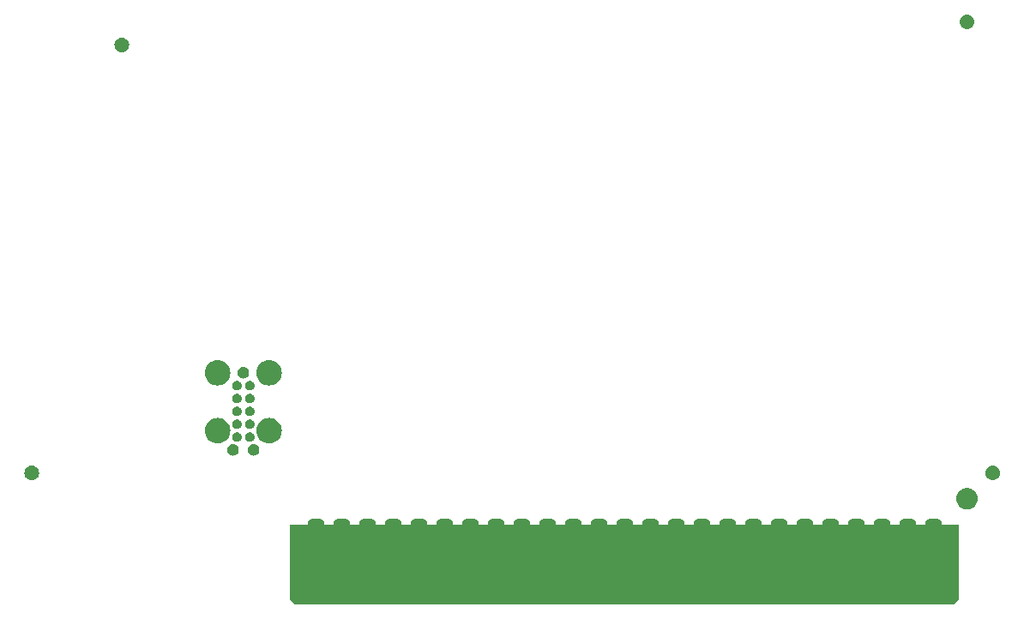
<source format=gbs>
G04 #@! TF.GenerationSoftware,KiCad,Pcbnew,7.0.10*
G04 #@! TF.CreationDate,2024-03-18T20:49:10-04:00*
G04 #@! TF.ProjectId,GR8RAM,47523852-414d-42e6-9b69-6361645f7063,1.0*
G04 #@! TF.SameCoordinates,Original*
G04 #@! TF.FileFunction,Soldermask,Bot*
G04 #@! TF.FilePolarity,Negative*
%FSLAX46Y46*%
G04 Gerber Fmt 4.6, Leading zero omitted, Abs format (unit mm)*
G04 Created by KiCad (PCBNEW 7.0.10) date 2024-03-18 20:49:10*
%MOMM*%
%LPD*%
G01*
G04 APERTURE LIST*
G04 APERTURE END LIST*
G36*
X76665999Y-131543771D02*
G01*
X76677712Y-131547869D01*
X76688592Y-131549176D01*
X76744857Y-131571364D01*
X76794635Y-131588782D01*
X76801071Y-131593532D01*
X76804788Y-131594998D01*
X76867758Y-131642749D01*
X76904289Y-131669711D01*
X76931259Y-131706253D01*
X76979001Y-131769211D01*
X76980466Y-131772926D01*
X76985218Y-131779365D01*
X77002642Y-131829162D01*
X77024822Y-131885406D01*
X77026127Y-131896280D01*
X77030229Y-131908001D01*
X77038200Y-131993000D01*
X77038200Y-132042804D01*
X77075396Y-132080000D01*
X77864603Y-132080000D01*
X77901800Y-132042803D01*
X77901800Y-131996798D01*
X77901800Y-131993000D01*
X77909771Y-131908001D01*
X77913869Y-131896288D01*
X77915176Y-131885407D01*
X77937367Y-131829133D01*
X77954782Y-131779365D01*
X77959531Y-131772929D01*
X77960998Y-131769211D01*
X78008777Y-131706204D01*
X78035711Y-131669711D01*
X78072204Y-131642777D01*
X78135211Y-131594998D01*
X78138929Y-131593531D01*
X78145365Y-131588782D01*
X78195140Y-131571365D01*
X78251406Y-131549177D01*
X78262284Y-131547870D01*
X78274001Y-131543771D01*
X78359000Y-131535800D01*
X79121000Y-131535800D01*
X79205999Y-131543771D01*
X79217712Y-131547869D01*
X79228592Y-131549176D01*
X79284857Y-131571364D01*
X79334635Y-131588782D01*
X79341071Y-131593532D01*
X79344788Y-131594998D01*
X79407758Y-131642749D01*
X79444289Y-131669711D01*
X79471259Y-131706253D01*
X79519001Y-131769211D01*
X79520466Y-131772926D01*
X79525218Y-131779365D01*
X79542642Y-131829162D01*
X79564822Y-131885406D01*
X79566127Y-131896280D01*
X79570229Y-131908001D01*
X79578200Y-131993000D01*
X79578200Y-132042804D01*
X79615396Y-132080000D01*
X80404603Y-132080000D01*
X80441800Y-132042803D01*
X80441800Y-131996798D01*
X80441800Y-131993000D01*
X80449771Y-131908001D01*
X80453869Y-131896288D01*
X80455176Y-131885407D01*
X80477367Y-131829133D01*
X80494782Y-131779365D01*
X80499531Y-131772929D01*
X80500998Y-131769211D01*
X80548777Y-131706204D01*
X80575711Y-131669711D01*
X80612204Y-131642777D01*
X80675211Y-131594998D01*
X80678929Y-131593531D01*
X80685365Y-131588782D01*
X80735140Y-131571365D01*
X80791406Y-131549177D01*
X80802284Y-131547870D01*
X80814001Y-131543771D01*
X80899000Y-131535800D01*
X81661000Y-131535800D01*
X81745999Y-131543771D01*
X81757712Y-131547869D01*
X81768592Y-131549176D01*
X81824857Y-131571364D01*
X81874635Y-131588782D01*
X81881071Y-131593532D01*
X81884788Y-131594998D01*
X81947758Y-131642749D01*
X81984289Y-131669711D01*
X82011259Y-131706253D01*
X82059001Y-131769211D01*
X82060466Y-131772926D01*
X82065218Y-131779365D01*
X82082642Y-131829162D01*
X82104822Y-131885406D01*
X82106127Y-131896280D01*
X82110229Y-131908001D01*
X82118200Y-131993000D01*
X82118200Y-132042804D01*
X82155396Y-132080000D01*
X82944603Y-132080000D01*
X82981800Y-132042803D01*
X82981800Y-131996798D01*
X82981800Y-131993000D01*
X82989771Y-131908001D01*
X82993869Y-131896288D01*
X82995176Y-131885407D01*
X83017367Y-131829133D01*
X83034782Y-131779365D01*
X83039531Y-131772929D01*
X83040998Y-131769211D01*
X83088777Y-131706204D01*
X83115711Y-131669711D01*
X83152204Y-131642777D01*
X83215211Y-131594998D01*
X83218929Y-131593531D01*
X83225365Y-131588782D01*
X83275140Y-131571365D01*
X83331406Y-131549177D01*
X83342284Y-131547870D01*
X83354001Y-131543771D01*
X83439000Y-131535800D01*
X84201000Y-131535800D01*
X84285999Y-131543771D01*
X84297712Y-131547869D01*
X84308592Y-131549176D01*
X84364857Y-131571364D01*
X84414635Y-131588782D01*
X84421071Y-131593532D01*
X84424788Y-131594998D01*
X84487758Y-131642749D01*
X84524289Y-131669711D01*
X84551259Y-131706253D01*
X84599001Y-131769211D01*
X84600466Y-131772926D01*
X84605218Y-131779365D01*
X84622642Y-131829162D01*
X84644822Y-131885406D01*
X84646127Y-131896280D01*
X84650229Y-131908001D01*
X84658200Y-131993000D01*
X84658200Y-132042804D01*
X84695396Y-132080000D01*
X85484603Y-132080000D01*
X85521800Y-132042803D01*
X85521800Y-131996798D01*
X85521800Y-131993000D01*
X85529771Y-131908001D01*
X85533869Y-131896288D01*
X85535176Y-131885407D01*
X85557367Y-131829133D01*
X85574782Y-131779365D01*
X85579531Y-131772929D01*
X85580998Y-131769211D01*
X85628777Y-131706204D01*
X85655711Y-131669711D01*
X85692204Y-131642777D01*
X85755211Y-131594998D01*
X85758929Y-131593531D01*
X85765365Y-131588782D01*
X85815140Y-131571365D01*
X85871406Y-131549177D01*
X85882284Y-131547870D01*
X85894001Y-131543771D01*
X85979000Y-131535800D01*
X86741000Y-131535800D01*
X86825999Y-131543771D01*
X86837712Y-131547869D01*
X86848592Y-131549176D01*
X86904857Y-131571364D01*
X86954635Y-131588782D01*
X86961071Y-131593532D01*
X86964788Y-131594998D01*
X87027758Y-131642749D01*
X87064289Y-131669711D01*
X87091259Y-131706253D01*
X87139001Y-131769211D01*
X87140466Y-131772926D01*
X87145218Y-131779365D01*
X87162642Y-131829162D01*
X87184822Y-131885406D01*
X87186127Y-131896280D01*
X87190229Y-131908001D01*
X87198200Y-131993000D01*
X87198200Y-132042804D01*
X87235396Y-132080000D01*
X88024603Y-132080000D01*
X88061800Y-132042803D01*
X88061800Y-131996798D01*
X88061800Y-131993000D01*
X88069771Y-131908001D01*
X88073869Y-131896288D01*
X88075176Y-131885407D01*
X88097367Y-131829133D01*
X88114782Y-131779365D01*
X88119531Y-131772929D01*
X88120998Y-131769211D01*
X88168777Y-131706204D01*
X88195711Y-131669711D01*
X88232204Y-131642777D01*
X88295211Y-131594998D01*
X88298929Y-131593531D01*
X88305365Y-131588782D01*
X88355140Y-131571365D01*
X88411406Y-131549177D01*
X88422284Y-131547870D01*
X88434001Y-131543771D01*
X88519000Y-131535800D01*
X89281000Y-131535800D01*
X89365999Y-131543771D01*
X89377712Y-131547869D01*
X89388592Y-131549176D01*
X89444857Y-131571364D01*
X89494635Y-131588782D01*
X89501071Y-131593532D01*
X89504788Y-131594998D01*
X89567758Y-131642749D01*
X89604289Y-131669711D01*
X89631259Y-131706253D01*
X89679001Y-131769211D01*
X89680466Y-131772926D01*
X89685218Y-131779365D01*
X89702642Y-131829162D01*
X89724822Y-131885406D01*
X89726127Y-131896280D01*
X89730229Y-131908001D01*
X89738200Y-131993000D01*
X89738200Y-132042804D01*
X89775396Y-132080000D01*
X90564603Y-132080000D01*
X90601800Y-132042803D01*
X90601800Y-131996798D01*
X90601800Y-131993000D01*
X90609771Y-131908001D01*
X90613869Y-131896288D01*
X90615176Y-131885407D01*
X90637367Y-131829133D01*
X90654782Y-131779365D01*
X90659531Y-131772929D01*
X90660998Y-131769211D01*
X90708777Y-131706204D01*
X90735711Y-131669711D01*
X90772204Y-131642777D01*
X90835211Y-131594998D01*
X90838929Y-131593531D01*
X90845365Y-131588782D01*
X90895140Y-131571365D01*
X90951406Y-131549177D01*
X90962284Y-131547870D01*
X90974001Y-131543771D01*
X91059000Y-131535800D01*
X91821000Y-131535800D01*
X91905999Y-131543771D01*
X91917712Y-131547869D01*
X91928592Y-131549176D01*
X91984857Y-131571364D01*
X92034635Y-131588782D01*
X92041071Y-131593532D01*
X92044788Y-131594998D01*
X92107758Y-131642749D01*
X92144289Y-131669711D01*
X92171259Y-131706253D01*
X92219001Y-131769211D01*
X92220466Y-131772926D01*
X92225218Y-131779365D01*
X92242642Y-131829162D01*
X92264822Y-131885406D01*
X92266127Y-131896280D01*
X92270229Y-131908001D01*
X92278200Y-131993000D01*
X92278200Y-132042804D01*
X92315396Y-132080000D01*
X93104603Y-132080000D01*
X93141800Y-132042803D01*
X93141800Y-131996798D01*
X93141800Y-131993000D01*
X93149771Y-131908001D01*
X93153869Y-131896288D01*
X93155176Y-131885407D01*
X93177367Y-131829133D01*
X93194782Y-131779365D01*
X93199531Y-131772929D01*
X93200998Y-131769211D01*
X93248777Y-131706204D01*
X93275711Y-131669711D01*
X93312204Y-131642777D01*
X93375211Y-131594998D01*
X93378929Y-131593531D01*
X93385365Y-131588782D01*
X93435140Y-131571365D01*
X93491406Y-131549177D01*
X93502284Y-131547870D01*
X93514001Y-131543771D01*
X93599000Y-131535800D01*
X94361000Y-131535800D01*
X94445999Y-131543771D01*
X94457712Y-131547869D01*
X94468592Y-131549176D01*
X94524857Y-131571364D01*
X94574635Y-131588782D01*
X94581071Y-131593532D01*
X94584788Y-131594998D01*
X94647758Y-131642749D01*
X94684289Y-131669711D01*
X94711259Y-131706253D01*
X94759001Y-131769211D01*
X94760466Y-131772926D01*
X94765218Y-131779365D01*
X94782642Y-131829162D01*
X94804822Y-131885406D01*
X94806127Y-131896280D01*
X94810229Y-131908001D01*
X94818200Y-131993000D01*
X94818200Y-132042804D01*
X94855396Y-132080000D01*
X95644603Y-132080000D01*
X95681800Y-132042803D01*
X95681800Y-131996798D01*
X95681800Y-131993000D01*
X95689771Y-131908001D01*
X95693869Y-131896288D01*
X95695176Y-131885407D01*
X95717367Y-131829133D01*
X95734782Y-131779365D01*
X95739531Y-131772929D01*
X95740998Y-131769211D01*
X95788777Y-131706204D01*
X95815711Y-131669711D01*
X95852204Y-131642777D01*
X95915211Y-131594998D01*
X95918929Y-131593531D01*
X95925365Y-131588782D01*
X95975140Y-131571365D01*
X96031406Y-131549177D01*
X96042284Y-131547870D01*
X96054001Y-131543771D01*
X96139000Y-131535800D01*
X96901000Y-131535800D01*
X96985999Y-131543771D01*
X96997712Y-131547869D01*
X97008592Y-131549176D01*
X97064857Y-131571364D01*
X97114635Y-131588782D01*
X97121071Y-131593532D01*
X97124788Y-131594998D01*
X97187758Y-131642749D01*
X97224289Y-131669711D01*
X97251259Y-131706253D01*
X97299001Y-131769211D01*
X97300466Y-131772926D01*
X97305218Y-131779365D01*
X97322642Y-131829162D01*
X97344822Y-131885406D01*
X97346127Y-131896280D01*
X97350229Y-131908001D01*
X97358200Y-131993000D01*
X97358200Y-132042804D01*
X97395396Y-132080000D01*
X98184603Y-132080000D01*
X98221800Y-132042803D01*
X98221800Y-131996798D01*
X98221800Y-131993000D01*
X98229771Y-131908001D01*
X98233869Y-131896288D01*
X98235176Y-131885407D01*
X98257367Y-131829133D01*
X98274782Y-131779365D01*
X98279531Y-131772929D01*
X98280998Y-131769211D01*
X98328777Y-131706204D01*
X98355711Y-131669711D01*
X98392204Y-131642777D01*
X98455211Y-131594998D01*
X98458929Y-131593531D01*
X98465365Y-131588782D01*
X98515140Y-131571365D01*
X98571406Y-131549177D01*
X98582284Y-131547870D01*
X98594001Y-131543771D01*
X98679000Y-131535800D01*
X99441000Y-131535800D01*
X99525999Y-131543771D01*
X99537712Y-131547869D01*
X99548592Y-131549176D01*
X99604857Y-131571364D01*
X99654635Y-131588782D01*
X99661071Y-131593532D01*
X99664788Y-131594998D01*
X99727758Y-131642749D01*
X99764289Y-131669711D01*
X99791259Y-131706253D01*
X99839001Y-131769211D01*
X99840466Y-131772926D01*
X99845218Y-131779365D01*
X99862642Y-131829162D01*
X99884822Y-131885406D01*
X99886127Y-131896280D01*
X99890229Y-131908001D01*
X99898200Y-131993000D01*
X99898200Y-132042804D01*
X99935396Y-132080000D01*
X100724603Y-132080000D01*
X100761800Y-132042803D01*
X100761800Y-131996798D01*
X100761800Y-131993000D01*
X100769771Y-131908001D01*
X100773869Y-131896288D01*
X100775176Y-131885407D01*
X100797367Y-131829133D01*
X100814782Y-131779365D01*
X100819531Y-131772929D01*
X100820998Y-131769211D01*
X100868777Y-131706204D01*
X100895711Y-131669711D01*
X100932204Y-131642777D01*
X100995211Y-131594998D01*
X100998929Y-131593531D01*
X101005365Y-131588782D01*
X101055140Y-131571365D01*
X101111406Y-131549177D01*
X101122284Y-131547870D01*
X101134001Y-131543771D01*
X101219000Y-131535800D01*
X101981000Y-131535800D01*
X102065999Y-131543771D01*
X102077712Y-131547869D01*
X102088592Y-131549176D01*
X102144857Y-131571364D01*
X102194635Y-131588782D01*
X102201071Y-131593532D01*
X102204788Y-131594998D01*
X102267758Y-131642749D01*
X102304289Y-131669711D01*
X102331259Y-131706253D01*
X102379001Y-131769211D01*
X102380466Y-131772926D01*
X102385218Y-131779365D01*
X102402642Y-131829162D01*
X102424822Y-131885406D01*
X102426127Y-131896280D01*
X102430229Y-131908001D01*
X102438200Y-131993000D01*
X102438200Y-132042804D01*
X102475396Y-132080000D01*
X103264603Y-132080000D01*
X103301800Y-132042803D01*
X103301800Y-131996798D01*
X103301800Y-131993000D01*
X103309771Y-131908001D01*
X103313869Y-131896288D01*
X103315176Y-131885407D01*
X103337367Y-131829133D01*
X103354782Y-131779365D01*
X103359531Y-131772929D01*
X103360998Y-131769211D01*
X103408777Y-131706204D01*
X103435711Y-131669711D01*
X103472204Y-131642777D01*
X103535211Y-131594998D01*
X103538929Y-131593531D01*
X103545365Y-131588782D01*
X103595140Y-131571365D01*
X103651406Y-131549177D01*
X103662284Y-131547870D01*
X103674001Y-131543771D01*
X103759000Y-131535800D01*
X104521000Y-131535800D01*
X104605999Y-131543771D01*
X104617712Y-131547869D01*
X104628592Y-131549176D01*
X104684857Y-131571364D01*
X104734635Y-131588782D01*
X104741071Y-131593532D01*
X104744788Y-131594998D01*
X104807758Y-131642749D01*
X104844289Y-131669711D01*
X104871259Y-131706253D01*
X104919001Y-131769211D01*
X104920466Y-131772926D01*
X104925218Y-131779365D01*
X104942642Y-131829162D01*
X104964822Y-131885406D01*
X104966127Y-131896280D01*
X104970229Y-131908001D01*
X104978200Y-131993000D01*
X104978200Y-132042804D01*
X105015396Y-132080000D01*
X105804603Y-132080000D01*
X105841800Y-132042803D01*
X105841800Y-131996798D01*
X105841800Y-131993000D01*
X105849771Y-131908001D01*
X105853869Y-131896288D01*
X105855176Y-131885407D01*
X105877367Y-131829133D01*
X105894782Y-131779365D01*
X105899531Y-131772929D01*
X105900998Y-131769211D01*
X105948777Y-131706204D01*
X105975711Y-131669711D01*
X106012204Y-131642777D01*
X106075211Y-131594998D01*
X106078929Y-131593531D01*
X106085365Y-131588782D01*
X106135140Y-131571365D01*
X106191406Y-131549177D01*
X106202284Y-131547870D01*
X106214001Y-131543771D01*
X106299000Y-131535800D01*
X107061000Y-131535800D01*
X107145999Y-131543771D01*
X107157712Y-131547869D01*
X107168592Y-131549176D01*
X107224857Y-131571364D01*
X107274635Y-131588782D01*
X107281071Y-131593532D01*
X107284788Y-131594998D01*
X107347758Y-131642749D01*
X107384289Y-131669711D01*
X107411259Y-131706253D01*
X107459001Y-131769211D01*
X107460466Y-131772926D01*
X107465218Y-131779365D01*
X107482642Y-131829162D01*
X107504822Y-131885406D01*
X107506127Y-131896280D01*
X107510229Y-131908001D01*
X107518200Y-131993000D01*
X107518200Y-132042804D01*
X107555396Y-132080000D01*
X108344603Y-132080000D01*
X108381800Y-132042803D01*
X108381800Y-131996798D01*
X108381800Y-131993000D01*
X108389771Y-131908001D01*
X108393869Y-131896288D01*
X108395176Y-131885407D01*
X108417367Y-131829133D01*
X108434782Y-131779365D01*
X108439531Y-131772929D01*
X108440998Y-131769211D01*
X108488777Y-131706204D01*
X108515711Y-131669711D01*
X108552204Y-131642777D01*
X108615211Y-131594998D01*
X108618929Y-131593531D01*
X108625365Y-131588782D01*
X108675140Y-131571365D01*
X108731406Y-131549177D01*
X108742284Y-131547870D01*
X108754001Y-131543771D01*
X108839000Y-131535800D01*
X109601000Y-131535800D01*
X109685999Y-131543771D01*
X109697712Y-131547869D01*
X109708592Y-131549176D01*
X109764857Y-131571364D01*
X109814635Y-131588782D01*
X109821071Y-131593532D01*
X109824788Y-131594998D01*
X109887758Y-131642749D01*
X109924289Y-131669711D01*
X109951259Y-131706253D01*
X109999001Y-131769211D01*
X110000466Y-131772926D01*
X110005218Y-131779365D01*
X110022642Y-131829162D01*
X110044822Y-131885406D01*
X110046127Y-131896280D01*
X110050229Y-131908001D01*
X110058200Y-131993000D01*
X110058200Y-132042804D01*
X110095396Y-132080000D01*
X110884603Y-132080000D01*
X110921800Y-132042803D01*
X110921800Y-131996798D01*
X110921800Y-131993000D01*
X110929771Y-131908001D01*
X110933869Y-131896288D01*
X110935176Y-131885407D01*
X110957367Y-131829133D01*
X110974782Y-131779365D01*
X110979531Y-131772929D01*
X110980998Y-131769211D01*
X111028777Y-131706204D01*
X111055711Y-131669711D01*
X111092204Y-131642777D01*
X111155211Y-131594998D01*
X111158929Y-131593531D01*
X111165365Y-131588782D01*
X111215140Y-131571365D01*
X111271406Y-131549177D01*
X111282284Y-131547870D01*
X111294001Y-131543771D01*
X111379000Y-131535800D01*
X112141000Y-131535800D01*
X112225999Y-131543771D01*
X112237712Y-131547869D01*
X112248592Y-131549176D01*
X112304857Y-131571364D01*
X112354635Y-131588782D01*
X112361071Y-131593532D01*
X112364788Y-131594998D01*
X112427758Y-131642749D01*
X112464289Y-131669711D01*
X112491259Y-131706253D01*
X112539001Y-131769211D01*
X112540466Y-131772926D01*
X112545218Y-131779365D01*
X112562642Y-131829162D01*
X112584822Y-131885406D01*
X112586127Y-131896280D01*
X112590229Y-131908001D01*
X112598200Y-131993000D01*
X112598200Y-132042804D01*
X112635396Y-132080000D01*
X113424603Y-132080000D01*
X113461800Y-132042803D01*
X113461800Y-131996798D01*
X113461800Y-131993000D01*
X113469771Y-131908001D01*
X113473869Y-131896288D01*
X113475176Y-131885407D01*
X113497367Y-131829133D01*
X113514782Y-131779365D01*
X113519531Y-131772929D01*
X113520998Y-131769211D01*
X113568777Y-131706204D01*
X113595711Y-131669711D01*
X113632204Y-131642777D01*
X113695211Y-131594998D01*
X113698929Y-131593531D01*
X113705365Y-131588782D01*
X113755140Y-131571365D01*
X113811406Y-131549177D01*
X113822284Y-131547870D01*
X113834001Y-131543771D01*
X113919000Y-131535800D01*
X114681000Y-131535800D01*
X114765999Y-131543771D01*
X114777712Y-131547869D01*
X114788592Y-131549176D01*
X114844857Y-131571364D01*
X114894635Y-131588782D01*
X114901071Y-131593532D01*
X114904788Y-131594998D01*
X114967758Y-131642749D01*
X115004289Y-131669711D01*
X115031259Y-131706253D01*
X115079001Y-131769211D01*
X115080466Y-131772926D01*
X115085218Y-131779365D01*
X115102642Y-131829162D01*
X115124822Y-131885406D01*
X115126127Y-131896280D01*
X115130229Y-131908001D01*
X115138200Y-131993000D01*
X115138200Y-132042804D01*
X115175396Y-132080000D01*
X115964603Y-132080000D01*
X116001800Y-132042803D01*
X116001800Y-131996798D01*
X116001800Y-131993000D01*
X116009771Y-131908001D01*
X116013869Y-131896288D01*
X116015176Y-131885407D01*
X116037367Y-131829133D01*
X116054782Y-131779365D01*
X116059531Y-131772929D01*
X116060998Y-131769211D01*
X116108777Y-131706204D01*
X116135711Y-131669711D01*
X116172204Y-131642777D01*
X116235211Y-131594998D01*
X116238929Y-131593531D01*
X116245365Y-131588782D01*
X116295140Y-131571365D01*
X116351406Y-131549177D01*
X116362284Y-131547870D01*
X116374001Y-131543771D01*
X116459000Y-131535800D01*
X117221000Y-131535800D01*
X117305999Y-131543771D01*
X117317712Y-131547869D01*
X117328592Y-131549176D01*
X117384857Y-131571364D01*
X117434635Y-131588782D01*
X117441071Y-131593532D01*
X117444788Y-131594998D01*
X117507758Y-131642749D01*
X117544289Y-131669711D01*
X117571259Y-131706253D01*
X117619001Y-131769211D01*
X117620466Y-131772926D01*
X117625218Y-131779365D01*
X117642642Y-131829162D01*
X117664822Y-131885406D01*
X117666127Y-131896280D01*
X117670229Y-131908001D01*
X117678200Y-131993000D01*
X117678200Y-132042804D01*
X117715396Y-132080000D01*
X118504603Y-132080000D01*
X118541800Y-132042803D01*
X118541800Y-131996798D01*
X118541800Y-131993000D01*
X118549771Y-131908001D01*
X118553869Y-131896288D01*
X118555176Y-131885407D01*
X118577367Y-131829133D01*
X118594782Y-131779365D01*
X118599531Y-131772929D01*
X118600998Y-131769211D01*
X118648777Y-131706204D01*
X118675711Y-131669711D01*
X118712204Y-131642777D01*
X118775211Y-131594998D01*
X118778929Y-131593531D01*
X118785365Y-131588782D01*
X118835140Y-131571365D01*
X118891406Y-131549177D01*
X118902284Y-131547870D01*
X118914001Y-131543771D01*
X118999000Y-131535800D01*
X119761000Y-131535800D01*
X119845999Y-131543771D01*
X119857712Y-131547869D01*
X119868592Y-131549176D01*
X119924857Y-131571364D01*
X119974635Y-131588782D01*
X119981071Y-131593532D01*
X119984788Y-131594998D01*
X120047758Y-131642749D01*
X120084289Y-131669711D01*
X120111259Y-131706253D01*
X120159001Y-131769211D01*
X120160466Y-131772926D01*
X120165218Y-131779365D01*
X120182642Y-131829162D01*
X120204822Y-131885406D01*
X120206127Y-131896280D01*
X120210229Y-131908001D01*
X120218200Y-131993000D01*
X120218200Y-132042804D01*
X120255396Y-132080000D01*
X121044603Y-132080000D01*
X121081800Y-132042803D01*
X121081800Y-131996798D01*
X121081800Y-131993000D01*
X121089771Y-131908001D01*
X121093869Y-131896288D01*
X121095176Y-131885407D01*
X121117367Y-131829133D01*
X121134782Y-131779365D01*
X121139531Y-131772929D01*
X121140998Y-131769211D01*
X121188777Y-131706204D01*
X121215711Y-131669711D01*
X121252204Y-131642777D01*
X121315211Y-131594998D01*
X121318929Y-131593531D01*
X121325365Y-131588782D01*
X121375140Y-131571365D01*
X121431406Y-131549177D01*
X121442284Y-131547870D01*
X121454001Y-131543771D01*
X121539000Y-131535800D01*
X122301000Y-131535800D01*
X122385999Y-131543771D01*
X122397712Y-131547869D01*
X122408592Y-131549176D01*
X122464857Y-131571364D01*
X122514635Y-131588782D01*
X122521071Y-131593532D01*
X122524788Y-131594998D01*
X122587758Y-131642749D01*
X122624289Y-131669711D01*
X122651259Y-131706253D01*
X122699001Y-131769211D01*
X122700466Y-131772926D01*
X122705218Y-131779365D01*
X122722642Y-131829162D01*
X122744822Y-131885406D01*
X122746127Y-131896280D01*
X122750229Y-131908001D01*
X122758200Y-131993000D01*
X122758200Y-132042804D01*
X122795396Y-132080000D01*
X123584603Y-132080000D01*
X123621800Y-132042803D01*
X123621800Y-131996798D01*
X123621800Y-131993000D01*
X123629771Y-131908001D01*
X123633869Y-131896288D01*
X123635176Y-131885407D01*
X123657367Y-131829133D01*
X123674782Y-131779365D01*
X123679531Y-131772929D01*
X123680998Y-131769211D01*
X123728777Y-131706204D01*
X123755711Y-131669711D01*
X123792204Y-131642777D01*
X123855211Y-131594998D01*
X123858929Y-131593531D01*
X123865365Y-131588782D01*
X123915140Y-131571365D01*
X123971406Y-131549177D01*
X123982284Y-131547870D01*
X123994001Y-131543771D01*
X124079000Y-131535800D01*
X124841000Y-131535800D01*
X124925999Y-131543771D01*
X124937712Y-131547869D01*
X124948592Y-131549176D01*
X125004857Y-131571364D01*
X125054635Y-131588782D01*
X125061071Y-131593532D01*
X125064788Y-131594998D01*
X125127758Y-131642749D01*
X125164289Y-131669711D01*
X125191259Y-131706253D01*
X125239001Y-131769211D01*
X125240466Y-131772926D01*
X125245218Y-131779365D01*
X125262642Y-131829162D01*
X125284822Y-131885406D01*
X125286127Y-131896280D01*
X125290229Y-131908001D01*
X125298200Y-131993000D01*
X125298200Y-132042804D01*
X125335396Y-132080000D01*
X126124603Y-132080000D01*
X126161800Y-132042803D01*
X126161800Y-131996798D01*
X126161800Y-131993000D01*
X126169771Y-131908001D01*
X126173869Y-131896288D01*
X126175176Y-131885407D01*
X126197367Y-131829133D01*
X126214782Y-131779365D01*
X126219531Y-131772929D01*
X126220998Y-131769211D01*
X126268777Y-131706204D01*
X126295711Y-131669711D01*
X126332204Y-131642777D01*
X126395211Y-131594998D01*
X126398929Y-131593531D01*
X126405365Y-131588782D01*
X126455140Y-131571365D01*
X126511406Y-131549177D01*
X126522284Y-131547870D01*
X126534001Y-131543771D01*
X126619000Y-131535800D01*
X127381000Y-131535800D01*
X127465999Y-131543771D01*
X127477712Y-131547869D01*
X127488592Y-131549176D01*
X127544857Y-131571364D01*
X127594635Y-131588782D01*
X127601071Y-131593532D01*
X127604788Y-131594998D01*
X127667758Y-131642749D01*
X127704289Y-131669711D01*
X127731259Y-131706253D01*
X127779001Y-131769211D01*
X127780466Y-131772926D01*
X127785218Y-131779365D01*
X127802642Y-131829162D01*
X127824822Y-131885406D01*
X127826127Y-131896280D01*
X127830229Y-131908001D01*
X127838200Y-131993000D01*
X127838200Y-132042804D01*
X127875396Y-132080000D01*
X128664603Y-132080000D01*
X128701800Y-132042803D01*
X128701800Y-131996798D01*
X128701800Y-131993000D01*
X128709771Y-131908001D01*
X128713869Y-131896288D01*
X128715176Y-131885407D01*
X128737367Y-131829133D01*
X128754782Y-131779365D01*
X128759531Y-131772929D01*
X128760998Y-131769211D01*
X128808777Y-131706204D01*
X128835711Y-131669711D01*
X128872204Y-131642777D01*
X128935211Y-131594998D01*
X128938929Y-131593531D01*
X128945365Y-131588782D01*
X128995140Y-131571365D01*
X129051406Y-131549177D01*
X129062284Y-131547870D01*
X129074001Y-131543771D01*
X129159000Y-131535800D01*
X129921000Y-131535800D01*
X130005999Y-131543771D01*
X130017712Y-131547869D01*
X130028592Y-131549176D01*
X130084857Y-131571364D01*
X130134635Y-131588782D01*
X130141071Y-131593532D01*
X130144788Y-131594998D01*
X130207758Y-131642749D01*
X130244289Y-131669711D01*
X130271259Y-131706253D01*
X130319001Y-131769211D01*
X130320466Y-131772926D01*
X130325218Y-131779365D01*
X130342642Y-131829162D01*
X130364822Y-131885406D01*
X130366127Y-131896280D01*
X130370229Y-131908001D01*
X130378200Y-131993000D01*
X130378200Y-132042804D01*
X130415396Y-132080000D01*
X131204603Y-132080000D01*
X131241800Y-132042803D01*
X131241800Y-131996798D01*
X131241800Y-131993000D01*
X131249771Y-131908001D01*
X131253869Y-131896288D01*
X131255176Y-131885407D01*
X131277367Y-131829133D01*
X131294782Y-131779365D01*
X131299531Y-131772929D01*
X131300998Y-131769211D01*
X131348777Y-131706204D01*
X131375711Y-131669711D01*
X131412204Y-131642777D01*
X131475211Y-131594998D01*
X131478929Y-131593531D01*
X131485365Y-131588782D01*
X131535140Y-131571365D01*
X131591406Y-131549177D01*
X131602284Y-131547870D01*
X131614001Y-131543771D01*
X131699000Y-131535800D01*
X132461000Y-131535800D01*
X132545999Y-131543771D01*
X132557712Y-131547869D01*
X132568592Y-131549176D01*
X132624857Y-131571364D01*
X132674635Y-131588782D01*
X132681071Y-131593532D01*
X132684788Y-131594998D01*
X132747758Y-131642749D01*
X132784289Y-131669711D01*
X132811259Y-131706253D01*
X132859001Y-131769211D01*
X132860466Y-131772926D01*
X132865218Y-131779365D01*
X132882642Y-131829162D01*
X132904822Y-131885406D01*
X132906127Y-131896280D01*
X132910229Y-131908001D01*
X132918200Y-131993000D01*
X132918200Y-132042804D01*
X132955396Y-132080000D01*
X133744603Y-132080000D01*
X133781800Y-132042803D01*
X133781800Y-131996798D01*
X133781800Y-131993000D01*
X133789771Y-131908001D01*
X133793869Y-131896288D01*
X133795176Y-131885407D01*
X133817367Y-131829133D01*
X133834782Y-131779365D01*
X133839531Y-131772929D01*
X133840998Y-131769211D01*
X133888777Y-131706204D01*
X133915711Y-131669711D01*
X133952204Y-131642777D01*
X134015211Y-131594998D01*
X134018929Y-131593531D01*
X134025365Y-131588782D01*
X134075140Y-131571365D01*
X134131406Y-131549177D01*
X134142284Y-131547870D01*
X134154001Y-131543771D01*
X134239000Y-131535800D01*
X135001000Y-131535800D01*
X135085999Y-131543771D01*
X135097712Y-131547869D01*
X135108592Y-131549176D01*
X135164857Y-131571364D01*
X135214635Y-131588782D01*
X135221071Y-131593532D01*
X135224788Y-131594998D01*
X135287758Y-131642749D01*
X135324289Y-131669711D01*
X135351259Y-131706253D01*
X135399001Y-131769211D01*
X135400466Y-131772926D01*
X135405218Y-131779365D01*
X135422642Y-131829162D01*
X135444822Y-131885406D01*
X135446127Y-131896280D01*
X135450229Y-131908001D01*
X135458200Y-131993000D01*
X135458200Y-132042804D01*
X135495396Y-132080000D01*
X136284603Y-132080000D01*
X136321800Y-132042803D01*
X136321800Y-131996798D01*
X136321800Y-131993000D01*
X136329771Y-131908001D01*
X136333869Y-131896288D01*
X136335176Y-131885407D01*
X136357367Y-131829133D01*
X136374782Y-131779365D01*
X136379531Y-131772929D01*
X136380998Y-131769211D01*
X136428777Y-131706204D01*
X136455711Y-131669711D01*
X136492204Y-131642777D01*
X136555211Y-131594998D01*
X136558929Y-131593531D01*
X136565365Y-131588782D01*
X136615140Y-131571365D01*
X136671406Y-131549177D01*
X136682284Y-131547870D01*
X136694001Y-131543771D01*
X136779000Y-131535800D01*
X137541000Y-131535800D01*
X137625999Y-131543771D01*
X137637712Y-131547869D01*
X137648592Y-131549176D01*
X137704857Y-131571364D01*
X137754635Y-131588782D01*
X137761071Y-131593532D01*
X137764788Y-131594998D01*
X137827758Y-131642749D01*
X137864289Y-131669711D01*
X137891259Y-131706253D01*
X137939001Y-131769211D01*
X137940466Y-131772926D01*
X137945218Y-131779365D01*
X137962642Y-131829162D01*
X137984822Y-131885406D01*
X137986127Y-131896280D01*
X137990229Y-131908001D01*
X137998200Y-131993000D01*
X137998200Y-132042804D01*
X138035396Y-132080000D01*
X139700000Y-132080000D01*
X139700000Y-139446000D01*
X139192000Y-139954000D01*
X139179372Y-139954000D01*
X74180631Y-139954000D01*
X74168000Y-139954000D01*
X73660000Y-139446000D01*
X73660000Y-132080000D01*
X75324603Y-132080000D01*
X75361800Y-132042803D01*
X75361800Y-131996798D01*
X75361800Y-131993000D01*
X75369771Y-131908001D01*
X75373869Y-131896288D01*
X75375176Y-131885407D01*
X75397367Y-131829133D01*
X75414782Y-131779365D01*
X75419531Y-131772929D01*
X75420998Y-131769211D01*
X75468777Y-131706204D01*
X75495711Y-131669711D01*
X75532204Y-131642777D01*
X75595211Y-131594998D01*
X75598929Y-131593531D01*
X75605365Y-131588782D01*
X75655140Y-131571365D01*
X75711406Y-131549177D01*
X75722284Y-131547870D01*
X75734001Y-131543771D01*
X75819000Y-131535800D01*
X76581000Y-131535800D01*
X76665999Y-131543771D01*
G37*
G36*
X140756516Y-128504883D02*
G01*
X140941704Y-128576625D01*
X141110555Y-128681174D01*
X141257321Y-128814969D01*
X141377004Y-128973454D01*
X141465527Y-129151232D01*
X141519876Y-129342249D01*
X141538200Y-129540000D01*
X141519876Y-129737751D01*
X141465527Y-129928768D01*
X141377004Y-130106546D01*
X141257321Y-130265031D01*
X141110555Y-130398826D01*
X140941704Y-130503375D01*
X140756516Y-130575117D01*
X140561299Y-130611609D01*
X140362701Y-130611609D01*
X140167484Y-130575117D01*
X139982296Y-130503375D01*
X139813445Y-130398826D01*
X139666679Y-130265031D01*
X139546996Y-130106546D01*
X139458473Y-129928768D01*
X139404124Y-129737751D01*
X139385800Y-129540000D01*
X139404124Y-129342249D01*
X139458473Y-129151232D01*
X139546996Y-128973454D01*
X139666679Y-128814969D01*
X139813445Y-128681174D01*
X139982296Y-128576625D01*
X140167484Y-128504883D01*
X140362701Y-128468391D01*
X140561299Y-128468391D01*
X140756516Y-128504883D01*
G37*
G36*
X48294105Y-126294152D02*
G01*
X48447132Y-126347699D01*
X48584407Y-126433954D01*
X48699046Y-126548593D01*
X48785301Y-126685868D01*
X48838848Y-126838895D01*
X48857000Y-127000000D01*
X48838848Y-127161105D01*
X48785301Y-127314132D01*
X48699046Y-127451407D01*
X48584407Y-127566046D01*
X48447132Y-127652301D01*
X48294105Y-127705848D01*
X48133000Y-127724000D01*
X47971895Y-127705848D01*
X47818868Y-127652301D01*
X47681593Y-127566046D01*
X47566954Y-127451407D01*
X47480699Y-127314132D01*
X47427152Y-127161105D01*
X47409000Y-127000000D01*
X47427152Y-126838895D01*
X47480699Y-126685868D01*
X47566954Y-126548593D01*
X47681593Y-126433954D01*
X47818868Y-126347699D01*
X47971895Y-126294152D01*
X48133000Y-126276000D01*
X48294105Y-126294152D01*
G37*
G36*
X143163105Y-126294152D02*
G01*
X143316132Y-126347699D01*
X143453407Y-126433954D01*
X143568046Y-126548593D01*
X143654301Y-126685868D01*
X143707848Y-126838895D01*
X143726000Y-127000000D01*
X143707848Y-127161105D01*
X143654301Y-127314132D01*
X143568046Y-127451407D01*
X143453407Y-127566046D01*
X143316132Y-127652301D01*
X143163105Y-127705848D01*
X143002000Y-127724000D01*
X142840895Y-127705848D01*
X142687868Y-127652301D01*
X142550593Y-127566046D01*
X142435954Y-127451407D01*
X142349699Y-127314132D01*
X142296152Y-127161105D01*
X142278000Y-127000000D01*
X142296152Y-126838895D01*
X142349699Y-126685868D01*
X142435954Y-126548593D01*
X142550593Y-126433954D01*
X142687868Y-126347699D01*
X142840895Y-126294152D01*
X143002000Y-126276000D01*
X143163105Y-126294152D01*
G37*
G36*
X68043669Y-124147130D02*
G01*
X68077330Y-124147130D01*
X68115923Y-124156642D01*
X68156415Y-124161973D01*
X68184133Y-124173454D01*
X68210991Y-124180074D01*
X68251713Y-124201446D01*
X68294250Y-124219066D01*
X68313656Y-124233957D01*
X68332883Y-124244048D01*
X68372190Y-124278871D01*
X68412612Y-124309888D01*
X68424100Y-124324860D01*
X68435924Y-124335335D01*
X68469831Y-124384458D01*
X68503434Y-124428250D01*
X68508498Y-124440476D01*
X68514125Y-124448628D01*
X68538530Y-124512979D01*
X68560527Y-124566085D01*
X68561514Y-124573584D01*
X68562940Y-124577344D01*
X68573989Y-124668342D01*
X68580000Y-124714000D01*
X68573988Y-124759661D01*
X68562940Y-124850655D01*
X68561514Y-124854413D01*
X68560527Y-124861915D01*
X68538525Y-124915031D01*
X68514125Y-124979371D01*
X68508499Y-124987521D01*
X68503434Y-124999750D01*
X68469824Y-125043550D01*
X68435924Y-125092664D01*
X68424103Y-125103136D01*
X68412612Y-125118112D01*
X68372181Y-125149135D01*
X68332883Y-125183951D01*
X68313660Y-125194039D01*
X68294250Y-125208934D01*
X68251704Y-125226556D01*
X68210991Y-125247925D01*
X68184138Y-125254543D01*
X68156415Y-125266027D01*
X68115920Y-125271358D01*
X68077330Y-125280870D01*
X68043669Y-125280870D01*
X68008500Y-125285500D01*
X67973331Y-125280870D01*
X67939670Y-125280870D01*
X67901078Y-125271357D01*
X67860585Y-125266027D01*
X67832863Y-125254544D01*
X67806008Y-125247925D01*
X67765290Y-125226555D01*
X67722750Y-125208934D01*
X67703341Y-125194041D01*
X67684116Y-125183951D01*
X67644810Y-125149129D01*
X67604388Y-125118112D01*
X67592899Y-125103139D01*
X67581075Y-125092664D01*
X67547165Y-125043537D01*
X67513566Y-124999750D01*
X67508502Y-124987524D01*
X67502874Y-124979371D01*
X67478462Y-124915002D01*
X67456473Y-124861915D01*
X67455485Y-124854417D01*
X67454059Y-124850655D01*
X67442998Y-124759563D01*
X67437000Y-124714000D01*
X67442997Y-124668439D01*
X67454059Y-124577344D01*
X67455486Y-124573580D01*
X67456473Y-124566085D01*
X67478458Y-124513008D01*
X67502874Y-124448628D01*
X67508503Y-124440472D01*
X67513566Y-124428250D01*
X67547158Y-124384471D01*
X67581075Y-124335335D01*
X67592901Y-124324857D01*
X67604388Y-124309888D01*
X67644802Y-124278877D01*
X67684116Y-124244048D01*
X67703345Y-124233955D01*
X67722750Y-124219066D01*
X67765281Y-124201448D01*
X67806008Y-124180074D01*
X67832867Y-124173453D01*
X67860585Y-124161973D01*
X67901075Y-124156642D01*
X67939670Y-124147130D01*
X67973331Y-124147130D01*
X68008500Y-124142500D01*
X68043669Y-124147130D01*
G37*
G36*
X70075669Y-124147130D02*
G01*
X70109330Y-124147130D01*
X70147923Y-124156642D01*
X70188415Y-124161973D01*
X70216133Y-124173454D01*
X70242991Y-124180074D01*
X70283713Y-124201446D01*
X70326250Y-124219066D01*
X70345656Y-124233957D01*
X70364883Y-124244048D01*
X70404190Y-124278871D01*
X70444612Y-124309888D01*
X70456100Y-124324860D01*
X70467924Y-124335335D01*
X70501831Y-124384458D01*
X70535434Y-124428250D01*
X70540498Y-124440476D01*
X70546125Y-124448628D01*
X70570530Y-124512979D01*
X70592527Y-124566085D01*
X70593514Y-124573584D01*
X70594940Y-124577344D01*
X70605989Y-124668342D01*
X70612000Y-124714000D01*
X70605988Y-124759661D01*
X70594940Y-124850655D01*
X70593514Y-124854413D01*
X70592527Y-124861915D01*
X70570525Y-124915031D01*
X70546125Y-124979371D01*
X70540499Y-124987521D01*
X70535434Y-124999750D01*
X70501824Y-125043550D01*
X70467924Y-125092664D01*
X70456103Y-125103136D01*
X70444612Y-125118112D01*
X70404181Y-125149135D01*
X70364883Y-125183951D01*
X70345660Y-125194039D01*
X70326250Y-125208934D01*
X70283704Y-125226556D01*
X70242991Y-125247925D01*
X70216138Y-125254543D01*
X70188415Y-125266027D01*
X70147920Y-125271358D01*
X70109330Y-125280870D01*
X70075669Y-125280870D01*
X70040500Y-125285500D01*
X70005331Y-125280870D01*
X69971670Y-125280870D01*
X69933078Y-125271357D01*
X69892585Y-125266027D01*
X69864863Y-125254544D01*
X69838008Y-125247925D01*
X69797290Y-125226555D01*
X69754750Y-125208934D01*
X69735341Y-125194041D01*
X69716116Y-125183951D01*
X69676810Y-125149129D01*
X69636388Y-125118112D01*
X69624899Y-125103139D01*
X69613075Y-125092664D01*
X69579165Y-125043537D01*
X69545566Y-124999750D01*
X69540502Y-124987524D01*
X69534874Y-124979371D01*
X69510462Y-124915002D01*
X69488473Y-124861915D01*
X69487485Y-124854417D01*
X69486059Y-124850655D01*
X69474998Y-124759563D01*
X69469000Y-124714000D01*
X69474997Y-124668439D01*
X69486059Y-124577344D01*
X69487486Y-124573580D01*
X69488473Y-124566085D01*
X69510458Y-124513008D01*
X69534874Y-124448628D01*
X69540503Y-124440472D01*
X69545566Y-124428250D01*
X69579158Y-124384471D01*
X69613075Y-124335335D01*
X69624901Y-124324857D01*
X69636388Y-124309888D01*
X69676802Y-124278877D01*
X69716116Y-124244048D01*
X69735345Y-124233955D01*
X69754750Y-124219066D01*
X69797281Y-124201448D01*
X69838008Y-124180074D01*
X69864867Y-124173453D01*
X69892585Y-124161973D01*
X69933075Y-124156642D01*
X69971670Y-124147130D01*
X70005331Y-124147130D01*
X70040500Y-124142500D01*
X70075669Y-124147130D01*
G37*
G36*
X66703931Y-121564548D02*
G01*
X66916694Y-121621557D01*
X67116325Y-121714647D01*
X67296759Y-121840988D01*
X67452512Y-121996741D01*
X67578853Y-122177175D01*
X67671943Y-122376806D01*
X67728952Y-122589569D01*
X67748150Y-122809000D01*
X67728952Y-123028431D01*
X67671943Y-123241194D01*
X67578853Y-123440825D01*
X67452512Y-123621259D01*
X67296759Y-123777012D01*
X67116325Y-123903353D01*
X66916694Y-123996443D01*
X66703931Y-124053452D01*
X66484500Y-124072650D01*
X66265069Y-124053452D01*
X66052306Y-123996443D01*
X65852675Y-123903353D01*
X65672241Y-123777012D01*
X65516488Y-123621259D01*
X65390147Y-123440825D01*
X65297057Y-123241194D01*
X65240048Y-123028431D01*
X65220850Y-122809000D01*
X65240048Y-122589569D01*
X65297057Y-122376806D01*
X65390147Y-122177175D01*
X65516488Y-121996741D01*
X65672241Y-121840988D01*
X65852675Y-121714647D01*
X66052306Y-121621557D01*
X66265069Y-121564548D01*
X66484500Y-121545350D01*
X66703931Y-121564548D01*
G37*
G36*
X71783931Y-121564548D02*
G01*
X71996694Y-121621557D01*
X72196325Y-121714647D01*
X72376759Y-121840988D01*
X72532512Y-121996741D01*
X72658853Y-122177175D01*
X72751943Y-122376806D01*
X72808952Y-122589569D01*
X72828150Y-122809000D01*
X72808952Y-123028431D01*
X72751943Y-123241194D01*
X72658853Y-123440825D01*
X72532512Y-123621259D01*
X72376759Y-123777012D01*
X72196325Y-123903353D01*
X71996694Y-123996443D01*
X71783931Y-124053452D01*
X71564500Y-124072650D01*
X71345069Y-124053452D01*
X71132306Y-123996443D01*
X70932675Y-123903353D01*
X70752241Y-123777012D01*
X70596488Y-123621259D01*
X70470147Y-123440825D01*
X70377057Y-123241194D01*
X70320048Y-123028431D01*
X70300850Y-122809000D01*
X70320048Y-122589569D01*
X70377057Y-122376806D01*
X70470147Y-122177175D01*
X70596488Y-121996741D01*
X70752241Y-121840988D01*
X70932675Y-121714647D01*
X71132306Y-121621557D01*
X71345069Y-121564548D01*
X71564500Y-121545350D01*
X71783931Y-121564548D01*
G37*
G36*
X68421668Y-122978883D02*
G01*
X68456374Y-122978883D01*
X68484583Y-122987165D01*
X68510979Y-122990641D01*
X68546434Y-123005327D01*
X68584704Y-123016564D01*
X68604903Y-123029545D01*
X68624175Y-123037528D01*
X68659488Y-123064625D01*
X68697219Y-123088873D01*
X68709381Y-123102909D01*
X68721381Y-123112117D01*
X68752491Y-123152660D01*
X68784805Y-123189953D01*
X68790242Y-123201859D01*
X68795971Y-123209325D01*
X68818587Y-123263926D01*
X68840366Y-123311614D01*
X68841442Y-123319103D01*
X68842858Y-123322520D01*
X68852890Y-123398722D01*
X68859400Y-123444000D01*
X68852889Y-123489281D01*
X68842858Y-123565479D01*
X68841443Y-123568895D01*
X68840366Y-123576386D01*
X68818585Y-123624078D01*
X68795971Y-123678675D01*
X68790242Y-123686140D01*
X68784805Y-123698047D01*
X68752483Y-123735348D01*
X68721381Y-123775881D01*
X68709386Y-123785084D01*
X68697219Y-123799127D01*
X68659477Y-123823381D01*
X68624175Y-123850471D01*
X68604908Y-123858451D01*
X68584704Y-123871436D01*
X68546426Y-123882675D01*
X68510979Y-123897358D01*
X68484589Y-123900832D01*
X68456374Y-123909117D01*
X68421660Y-123909117D01*
X68389500Y-123913351D01*
X68357339Y-123909117D01*
X68322626Y-123909117D01*
X68294411Y-123900832D01*
X68268020Y-123897358D01*
X68232570Y-123882674D01*
X68194296Y-123871436D01*
X68174093Y-123858452D01*
X68154824Y-123850471D01*
X68119516Y-123823377D01*
X68081781Y-123799127D01*
X68069615Y-123785087D01*
X68057618Y-123775881D01*
X68026508Y-123735338D01*
X67994195Y-123698047D01*
X67988758Y-123686143D01*
X67983028Y-123678675D01*
X67960403Y-123624054D01*
X67938634Y-123576386D01*
X67937557Y-123568898D01*
X67936141Y-123565479D01*
X67926098Y-123489199D01*
X67919600Y-123444000D01*
X67926097Y-123398804D01*
X67936141Y-123322520D01*
X67937557Y-123319099D01*
X67938634Y-123311614D01*
X67960401Y-123263949D01*
X67983028Y-123209325D01*
X67988758Y-123201856D01*
X67994195Y-123189953D01*
X68026504Y-123152666D01*
X68057618Y-123112118D01*
X68069617Y-123102910D01*
X68081781Y-123088873D01*
X68119512Y-123064624D01*
X68154825Y-123037528D01*
X68174096Y-123029545D01*
X68194296Y-123016564D01*
X68232562Y-123005327D01*
X68268020Y-122990641D01*
X68294417Y-122987165D01*
X68322626Y-122978883D01*
X68357332Y-122978883D01*
X68389500Y-122974648D01*
X68421668Y-122978883D01*
G37*
G36*
X69691668Y-122978883D02*
G01*
X69726374Y-122978883D01*
X69754583Y-122987165D01*
X69780979Y-122990641D01*
X69816434Y-123005327D01*
X69854704Y-123016564D01*
X69874903Y-123029545D01*
X69894175Y-123037528D01*
X69929488Y-123064625D01*
X69967219Y-123088873D01*
X69979381Y-123102909D01*
X69991381Y-123112117D01*
X70022491Y-123152660D01*
X70054805Y-123189953D01*
X70060242Y-123201859D01*
X70065971Y-123209325D01*
X70088587Y-123263926D01*
X70110366Y-123311614D01*
X70111442Y-123319103D01*
X70112858Y-123322520D01*
X70122890Y-123398722D01*
X70129400Y-123444000D01*
X70122889Y-123489281D01*
X70112858Y-123565479D01*
X70111443Y-123568895D01*
X70110366Y-123576386D01*
X70088585Y-123624078D01*
X70065971Y-123678675D01*
X70060242Y-123686140D01*
X70054805Y-123698047D01*
X70022483Y-123735348D01*
X69991381Y-123775881D01*
X69979386Y-123785084D01*
X69967219Y-123799127D01*
X69929477Y-123823381D01*
X69894175Y-123850471D01*
X69874908Y-123858451D01*
X69854704Y-123871436D01*
X69816426Y-123882675D01*
X69780979Y-123897358D01*
X69754589Y-123900832D01*
X69726374Y-123909117D01*
X69691660Y-123909117D01*
X69659500Y-123913351D01*
X69627339Y-123909117D01*
X69592626Y-123909117D01*
X69564411Y-123900832D01*
X69538020Y-123897358D01*
X69502570Y-123882674D01*
X69464296Y-123871436D01*
X69444093Y-123858452D01*
X69424824Y-123850471D01*
X69389516Y-123823377D01*
X69351781Y-123799127D01*
X69339615Y-123785087D01*
X69327618Y-123775881D01*
X69296508Y-123735338D01*
X69264195Y-123698047D01*
X69258758Y-123686143D01*
X69253028Y-123678675D01*
X69230403Y-123624054D01*
X69208634Y-123576386D01*
X69207557Y-123568898D01*
X69206141Y-123565479D01*
X69196098Y-123489199D01*
X69189600Y-123444000D01*
X69196097Y-123398804D01*
X69206141Y-123322520D01*
X69207557Y-123319099D01*
X69208634Y-123311614D01*
X69230401Y-123263949D01*
X69253028Y-123209325D01*
X69258758Y-123201856D01*
X69264195Y-123189953D01*
X69296504Y-123152666D01*
X69327618Y-123112118D01*
X69339617Y-123102910D01*
X69351781Y-123088873D01*
X69389512Y-123064624D01*
X69424825Y-123037528D01*
X69444096Y-123029545D01*
X69464296Y-123016564D01*
X69502562Y-123005327D01*
X69538020Y-122990641D01*
X69564417Y-122987165D01*
X69592626Y-122978883D01*
X69627332Y-122978883D01*
X69659500Y-122974648D01*
X69691668Y-122978883D01*
G37*
G36*
X68421668Y-121708883D02*
G01*
X68456374Y-121708883D01*
X68484583Y-121717165D01*
X68510979Y-121720641D01*
X68546434Y-121735327D01*
X68584704Y-121746564D01*
X68604903Y-121759545D01*
X68624175Y-121767528D01*
X68659488Y-121794625D01*
X68697219Y-121818873D01*
X68709381Y-121832909D01*
X68721381Y-121842117D01*
X68752491Y-121882660D01*
X68784805Y-121919953D01*
X68790242Y-121931859D01*
X68795971Y-121939325D01*
X68818587Y-121993926D01*
X68840366Y-122041614D01*
X68841442Y-122049103D01*
X68842858Y-122052520D01*
X68852890Y-122128722D01*
X68859400Y-122174000D01*
X68852889Y-122219281D01*
X68842858Y-122295479D01*
X68841443Y-122298895D01*
X68840366Y-122306386D01*
X68818585Y-122354078D01*
X68795971Y-122408675D01*
X68790242Y-122416140D01*
X68784805Y-122428047D01*
X68752483Y-122465348D01*
X68721381Y-122505881D01*
X68709386Y-122515084D01*
X68697219Y-122529127D01*
X68659477Y-122553381D01*
X68624175Y-122580471D01*
X68604908Y-122588451D01*
X68584704Y-122601436D01*
X68546426Y-122612675D01*
X68510979Y-122627358D01*
X68484589Y-122630832D01*
X68456374Y-122639117D01*
X68421660Y-122639117D01*
X68389500Y-122643351D01*
X68357339Y-122639117D01*
X68322626Y-122639117D01*
X68294411Y-122630832D01*
X68268020Y-122627358D01*
X68232570Y-122612674D01*
X68194296Y-122601436D01*
X68174093Y-122588452D01*
X68154824Y-122580471D01*
X68119516Y-122553377D01*
X68081781Y-122529127D01*
X68069615Y-122515087D01*
X68057618Y-122505881D01*
X68026508Y-122465338D01*
X67994195Y-122428047D01*
X67988758Y-122416143D01*
X67983028Y-122408675D01*
X67960403Y-122354054D01*
X67938634Y-122306386D01*
X67937557Y-122298898D01*
X67936141Y-122295479D01*
X67926098Y-122219199D01*
X67919600Y-122174000D01*
X67926097Y-122128804D01*
X67936141Y-122052520D01*
X67937557Y-122049099D01*
X67938634Y-122041614D01*
X67960401Y-121993949D01*
X67983028Y-121939325D01*
X67988758Y-121931856D01*
X67994195Y-121919953D01*
X68026504Y-121882666D01*
X68057618Y-121842118D01*
X68069617Y-121832910D01*
X68081781Y-121818873D01*
X68119512Y-121794624D01*
X68154825Y-121767528D01*
X68174096Y-121759545D01*
X68194296Y-121746564D01*
X68232562Y-121735327D01*
X68268020Y-121720641D01*
X68294417Y-121717165D01*
X68322626Y-121708883D01*
X68357332Y-121708883D01*
X68389500Y-121704648D01*
X68421668Y-121708883D01*
G37*
G36*
X69691668Y-121708883D02*
G01*
X69726374Y-121708883D01*
X69754583Y-121717165D01*
X69780979Y-121720641D01*
X69816434Y-121735327D01*
X69854704Y-121746564D01*
X69874903Y-121759545D01*
X69894175Y-121767528D01*
X69929488Y-121794625D01*
X69967219Y-121818873D01*
X69979381Y-121832909D01*
X69991381Y-121842117D01*
X70022491Y-121882660D01*
X70054805Y-121919953D01*
X70060242Y-121931859D01*
X70065971Y-121939325D01*
X70088587Y-121993926D01*
X70110366Y-122041614D01*
X70111442Y-122049103D01*
X70112858Y-122052520D01*
X70122890Y-122128722D01*
X70129400Y-122174000D01*
X70122889Y-122219281D01*
X70112858Y-122295479D01*
X70111443Y-122298895D01*
X70110366Y-122306386D01*
X70088585Y-122354078D01*
X70065971Y-122408675D01*
X70060242Y-122416140D01*
X70054805Y-122428047D01*
X70022483Y-122465348D01*
X69991381Y-122505881D01*
X69979386Y-122515084D01*
X69967219Y-122529127D01*
X69929477Y-122553381D01*
X69894175Y-122580471D01*
X69874908Y-122588451D01*
X69854704Y-122601436D01*
X69816426Y-122612675D01*
X69780979Y-122627358D01*
X69754589Y-122630832D01*
X69726374Y-122639117D01*
X69691660Y-122639117D01*
X69659500Y-122643351D01*
X69627339Y-122639117D01*
X69592626Y-122639117D01*
X69564411Y-122630832D01*
X69538020Y-122627358D01*
X69502570Y-122612674D01*
X69464296Y-122601436D01*
X69444093Y-122588452D01*
X69424824Y-122580471D01*
X69389516Y-122553377D01*
X69351781Y-122529127D01*
X69339615Y-122515087D01*
X69327618Y-122505881D01*
X69296508Y-122465338D01*
X69264195Y-122428047D01*
X69258758Y-122416143D01*
X69253028Y-122408675D01*
X69230403Y-122354054D01*
X69208634Y-122306386D01*
X69207557Y-122298898D01*
X69206141Y-122295479D01*
X69196098Y-122219199D01*
X69189600Y-122174000D01*
X69196097Y-122128804D01*
X69206141Y-122052520D01*
X69207557Y-122049099D01*
X69208634Y-122041614D01*
X69230401Y-121993949D01*
X69253028Y-121939325D01*
X69258758Y-121931856D01*
X69264195Y-121919953D01*
X69296504Y-121882666D01*
X69327618Y-121842118D01*
X69339617Y-121832910D01*
X69351781Y-121818873D01*
X69389512Y-121794624D01*
X69424825Y-121767528D01*
X69444096Y-121759545D01*
X69464296Y-121746564D01*
X69502562Y-121735327D01*
X69538020Y-121720641D01*
X69564417Y-121717165D01*
X69592626Y-121708883D01*
X69627332Y-121708883D01*
X69659500Y-121704648D01*
X69691668Y-121708883D01*
G37*
G36*
X68421668Y-120438883D02*
G01*
X68456374Y-120438883D01*
X68484583Y-120447165D01*
X68510979Y-120450641D01*
X68546434Y-120465327D01*
X68584704Y-120476564D01*
X68604903Y-120489545D01*
X68624175Y-120497528D01*
X68659488Y-120524625D01*
X68697219Y-120548873D01*
X68709381Y-120562909D01*
X68721381Y-120572117D01*
X68752491Y-120612660D01*
X68784805Y-120649953D01*
X68790242Y-120661859D01*
X68795971Y-120669325D01*
X68818587Y-120723926D01*
X68840366Y-120771614D01*
X68841442Y-120779103D01*
X68842858Y-120782520D01*
X68852890Y-120858722D01*
X68859400Y-120904000D01*
X68852889Y-120949281D01*
X68842858Y-121025479D01*
X68841443Y-121028895D01*
X68840366Y-121036386D01*
X68818585Y-121084078D01*
X68795971Y-121138675D01*
X68790242Y-121146140D01*
X68784805Y-121158047D01*
X68752483Y-121195348D01*
X68721381Y-121235881D01*
X68709386Y-121245084D01*
X68697219Y-121259127D01*
X68659477Y-121283381D01*
X68624175Y-121310471D01*
X68604908Y-121318451D01*
X68584704Y-121331436D01*
X68546426Y-121342675D01*
X68510979Y-121357358D01*
X68484589Y-121360832D01*
X68456374Y-121369117D01*
X68421660Y-121369117D01*
X68389500Y-121373351D01*
X68357339Y-121369117D01*
X68322626Y-121369117D01*
X68294411Y-121360832D01*
X68268020Y-121357358D01*
X68232570Y-121342674D01*
X68194296Y-121331436D01*
X68174093Y-121318452D01*
X68154824Y-121310471D01*
X68119516Y-121283377D01*
X68081781Y-121259127D01*
X68069615Y-121245087D01*
X68057618Y-121235881D01*
X68026508Y-121195338D01*
X67994195Y-121158047D01*
X67988758Y-121146143D01*
X67983028Y-121138675D01*
X67960403Y-121084054D01*
X67938634Y-121036386D01*
X67937557Y-121028898D01*
X67936141Y-121025479D01*
X67926098Y-120949199D01*
X67919600Y-120904000D01*
X67926097Y-120858804D01*
X67936141Y-120782520D01*
X67937557Y-120779099D01*
X67938634Y-120771614D01*
X67960401Y-120723949D01*
X67983028Y-120669325D01*
X67988758Y-120661856D01*
X67994195Y-120649953D01*
X68026504Y-120612666D01*
X68057618Y-120572118D01*
X68069617Y-120562910D01*
X68081781Y-120548873D01*
X68119512Y-120524624D01*
X68154825Y-120497528D01*
X68174096Y-120489545D01*
X68194296Y-120476564D01*
X68232562Y-120465327D01*
X68268020Y-120450641D01*
X68294417Y-120447165D01*
X68322626Y-120438883D01*
X68357332Y-120438883D01*
X68389500Y-120434648D01*
X68421668Y-120438883D01*
G37*
G36*
X69691668Y-120438883D02*
G01*
X69726374Y-120438883D01*
X69754583Y-120447165D01*
X69780979Y-120450641D01*
X69816434Y-120465327D01*
X69854704Y-120476564D01*
X69874903Y-120489545D01*
X69894175Y-120497528D01*
X69929488Y-120524625D01*
X69967219Y-120548873D01*
X69979381Y-120562909D01*
X69991381Y-120572117D01*
X70022491Y-120612660D01*
X70054805Y-120649953D01*
X70060242Y-120661859D01*
X70065971Y-120669325D01*
X70088587Y-120723926D01*
X70110366Y-120771614D01*
X70111442Y-120779103D01*
X70112858Y-120782520D01*
X70122890Y-120858722D01*
X70129400Y-120904000D01*
X70122889Y-120949281D01*
X70112858Y-121025479D01*
X70111443Y-121028895D01*
X70110366Y-121036386D01*
X70088585Y-121084078D01*
X70065971Y-121138675D01*
X70060242Y-121146140D01*
X70054805Y-121158047D01*
X70022483Y-121195348D01*
X69991381Y-121235881D01*
X69979386Y-121245084D01*
X69967219Y-121259127D01*
X69929477Y-121283381D01*
X69894175Y-121310471D01*
X69874908Y-121318451D01*
X69854704Y-121331436D01*
X69816426Y-121342675D01*
X69780979Y-121357358D01*
X69754589Y-121360832D01*
X69726374Y-121369117D01*
X69691660Y-121369117D01*
X69659500Y-121373351D01*
X69627339Y-121369117D01*
X69592626Y-121369117D01*
X69564411Y-121360832D01*
X69538020Y-121357358D01*
X69502570Y-121342674D01*
X69464296Y-121331436D01*
X69444093Y-121318452D01*
X69424824Y-121310471D01*
X69389516Y-121283377D01*
X69351781Y-121259127D01*
X69339615Y-121245087D01*
X69327618Y-121235881D01*
X69296508Y-121195338D01*
X69264195Y-121158047D01*
X69258758Y-121146143D01*
X69253028Y-121138675D01*
X69230403Y-121084054D01*
X69208634Y-121036386D01*
X69207557Y-121028898D01*
X69206141Y-121025479D01*
X69196098Y-120949199D01*
X69189600Y-120904000D01*
X69196097Y-120858804D01*
X69206141Y-120782520D01*
X69207557Y-120779099D01*
X69208634Y-120771614D01*
X69230401Y-120723949D01*
X69253028Y-120669325D01*
X69258758Y-120661856D01*
X69264195Y-120649953D01*
X69296504Y-120612666D01*
X69327618Y-120572118D01*
X69339617Y-120562910D01*
X69351781Y-120548873D01*
X69389512Y-120524624D01*
X69424825Y-120497528D01*
X69444096Y-120489545D01*
X69464296Y-120476564D01*
X69502562Y-120465327D01*
X69538020Y-120450641D01*
X69564417Y-120447165D01*
X69592626Y-120438883D01*
X69627332Y-120438883D01*
X69659500Y-120434648D01*
X69691668Y-120438883D01*
G37*
G36*
X68421668Y-119168883D02*
G01*
X68456374Y-119168883D01*
X68484583Y-119177165D01*
X68510979Y-119180641D01*
X68546434Y-119195327D01*
X68584704Y-119206564D01*
X68604903Y-119219545D01*
X68624175Y-119227528D01*
X68659488Y-119254625D01*
X68697219Y-119278873D01*
X68709381Y-119292909D01*
X68721381Y-119302117D01*
X68752491Y-119342660D01*
X68784805Y-119379953D01*
X68790242Y-119391859D01*
X68795971Y-119399325D01*
X68818587Y-119453926D01*
X68840366Y-119501614D01*
X68841442Y-119509103D01*
X68842858Y-119512520D01*
X68852890Y-119588722D01*
X68859400Y-119634000D01*
X68852889Y-119679281D01*
X68842858Y-119755479D01*
X68841443Y-119758895D01*
X68840366Y-119766386D01*
X68818585Y-119814078D01*
X68795971Y-119868675D01*
X68790242Y-119876140D01*
X68784805Y-119888047D01*
X68752483Y-119925348D01*
X68721381Y-119965881D01*
X68709386Y-119975084D01*
X68697219Y-119989127D01*
X68659477Y-120013381D01*
X68624175Y-120040471D01*
X68604908Y-120048451D01*
X68584704Y-120061436D01*
X68546426Y-120072675D01*
X68510979Y-120087358D01*
X68484589Y-120090832D01*
X68456374Y-120099117D01*
X68421660Y-120099117D01*
X68389500Y-120103351D01*
X68357339Y-120099117D01*
X68322626Y-120099117D01*
X68294411Y-120090832D01*
X68268020Y-120087358D01*
X68232570Y-120072674D01*
X68194296Y-120061436D01*
X68174093Y-120048452D01*
X68154824Y-120040471D01*
X68119516Y-120013377D01*
X68081781Y-119989127D01*
X68069615Y-119975087D01*
X68057618Y-119965881D01*
X68026508Y-119925338D01*
X67994195Y-119888047D01*
X67988758Y-119876143D01*
X67983028Y-119868675D01*
X67960403Y-119814054D01*
X67938634Y-119766386D01*
X67937557Y-119758898D01*
X67936141Y-119755479D01*
X67926098Y-119679199D01*
X67919600Y-119634000D01*
X67926097Y-119588804D01*
X67936141Y-119512520D01*
X67937557Y-119509099D01*
X67938634Y-119501614D01*
X67960401Y-119453949D01*
X67983028Y-119399325D01*
X67988758Y-119391856D01*
X67994195Y-119379953D01*
X68026504Y-119342666D01*
X68057618Y-119302118D01*
X68069617Y-119292910D01*
X68081781Y-119278873D01*
X68119512Y-119254624D01*
X68154825Y-119227528D01*
X68174096Y-119219545D01*
X68194296Y-119206564D01*
X68232562Y-119195327D01*
X68268020Y-119180641D01*
X68294417Y-119177165D01*
X68322626Y-119168883D01*
X68357332Y-119168883D01*
X68389500Y-119164648D01*
X68421668Y-119168883D01*
G37*
G36*
X69691668Y-119168883D02*
G01*
X69726374Y-119168883D01*
X69754583Y-119177165D01*
X69780979Y-119180641D01*
X69816434Y-119195327D01*
X69854704Y-119206564D01*
X69874903Y-119219545D01*
X69894175Y-119227528D01*
X69929488Y-119254625D01*
X69967219Y-119278873D01*
X69979381Y-119292909D01*
X69991381Y-119302117D01*
X70022491Y-119342660D01*
X70054805Y-119379953D01*
X70060242Y-119391859D01*
X70065971Y-119399325D01*
X70088587Y-119453926D01*
X70110366Y-119501614D01*
X70111442Y-119509103D01*
X70112858Y-119512520D01*
X70122890Y-119588722D01*
X70129400Y-119634000D01*
X70122889Y-119679281D01*
X70112858Y-119755479D01*
X70111443Y-119758895D01*
X70110366Y-119766386D01*
X70088585Y-119814078D01*
X70065971Y-119868675D01*
X70060242Y-119876140D01*
X70054805Y-119888047D01*
X70022483Y-119925348D01*
X69991381Y-119965881D01*
X69979386Y-119975084D01*
X69967219Y-119989127D01*
X69929477Y-120013381D01*
X69894175Y-120040471D01*
X69874908Y-120048451D01*
X69854704Y-120061436D01*
X69816426Y-120072675D01*
X69780979Y-120087358D01*
X69754589Y-120090832D01*
X69726374Y-120099117D01*
X69691660Y-120099117D01*
X69659500Y-120103351D01*
X69627339Y-120099117D01*
X69592626Y-120099117D01*
X69564411Y-120090832D01*
X69538020Y-120087358D01*
X69502570Y-120072674D01*
X69464296Y-120061436D01*
X69444093Y-120048452D01*
X69424824Y-120040471D01*
X69389516Y-120013377D01*
X69351781Y-119989127D01*
X69339615Y-119975087D01*
X69327618Y-119965881D01*
X69296508Y-119925338D01*
X69264195Y-119888047D01*
X69258758Y-119876143D01*
X69253028Y-119868675D01*
X69230403Y-119814054D01*
X69208634Y-119766386D01*
X69207557Y-119758898D01*
X69206141Y-119755479D01*
X69196098Y-119679199D01*
X69189600Y-119634000D01*
X69196097Y-119588804D01*
X69206141Y-119512520D01*
X69207557Y-119509099D01*
X69208634Y-119501614D01*
X69230401Y-119453949D01*
X69253028Y-119399325D01*
X69258758Y-119391856D01*
X69264195Y-119379953D01*
X69296504Y-119342666D01*
X69327618Y-119302118D01*
X69339617Y-119292910D01*
X69351781Y-119278873D01*
X69389512Y-119254624D01*
X69424825Y-119227528D01*
X69444096Y-119219545D01*
X69464296Y-119206564D01*
X69502562Y-119195327D01*
X69538020Y-119180641D01*
X69564417Y-119177165D01*
X69592626Y-119168883D01*
X69627332Y-119168883D01*
X69659500Y-119164648D01*
X69691668Y-119168883D01*
G37*
G36*
X68421668Y-117898883D02*
G01*
X68456374Y-117898883D01*
X68484583Y-117907165D01*
X68510979Y-117910641D01*
X68546434Y-117925327D01*
X68584704Y-117936564D01*
X68604903Y-117949545D01*
X68624175Y-117957528D01*
X68659488Y-117984625D01*
X68697219Y-118008873D01*
X68709381Y-118022909D01*
X68721381Y-118032117D01*
X68752491Y-118072660D01*
X68784805Y-118109953D01*
X68790242Y-118121859D01*
X68795971Y-118129325D01*
X68818587Y-118183926D01*
X68840366Y-118231614D01*
X68841442Y-118239103D01*
X68842858Y-118242520D01*
X68852890Y-118318722D01*
X68859400Y-118364000D01*
X68852889Y-118409281D01*
X68842858Y-118485479D01*
X68841443Y-118488895D01*
X68840366Y-118496386D01*
X68818585Y-118544078D01*
X68795971Y-118598675D01*
X68790242Y-118606140D01*
X68784805Y-118618047D01*
X68752483Y-118655348D01*
X68721381Y-118695881D01*
X68709386Y-118705084D01*
X68697219Y-118719127D01*
X68659477Y-118743381D01*
X68624175Y-118770471D01*
X68604908Y-118778451D01*
X68584704Y-118791436D01*
X68546426Y-118802675D01*
X68510979Y-118817358D01*
X68484589Y-118820832D01*
X68456374Y-118829117D01*
X68421660Y-118829117D01*
X68389500Y-118833351D01*
X68357339Y-118829117D01*
X68322626Y-118829117D01*
X68294411Y-118820832D01*
X68268020Y-118817358D01*
X68232570Y-118802674D01*
X68194296Y-118791436D01*
X68174093Y-118778452D01*
X68154824Y-118770471D01*
X68119516Y-118743377D01*
X68081781Y-118719127D01*
X68069615Y-118705087D01*
X68057618Y-118695881D01*
X68026508Y-118655338D01*
X67994195Y-118618047D01*
X67988758Y-118606143D01*
X67983028Y-118598675D01*
X67960403Y-118544054D01*
X67938634Y-118496386D01*
X67937557Y-118488898D01*
X67936141Y-118485479D01*
X67926098Y-118409199D01*
X67919600Y-118364000D01*
X67926097Y-118318804D01*
X67936141Y-118242520D01*
X67937557Y-118239099D01*
X67938634Y-118231614D01*
X67960401Y-118183949D01*
X67983028Y-118129325D01*
X67988758Y-118121856D01*
X67994195Y-118109953D01*
X68026504Y-118072666D01*
X68057618Y-118032118D01*
X68069617Y-118022910D01*
X68081781Y-118008873D01*
X68119512Y-117984624D01*
X68154825Y-117957528D01*
X68174096Y-117949545D01*
X68194296Y-117936564D01*
X68232562Y-117925327D01*
X68268020Y-117910641D01*
X68294417Y-117907165D01*
X68322626Y-117898883D01*
X68357332Y-117898883D01*
X68389500Y-117894648D01*
X68421668Y-117898883D01*
G37*
G36*
X69691668Y-117898883D02*
G01*
X69726374Y-117898883D01*
X69754583Y-117907165D01*
X69780979Y-117910641D01*
X69816434Y-117925327D01*
X69854704Y-117936564D01*
X69874903Y-117949545D01*
X69894175Y-117957528D01*
X69929488Y-117984625D01*
X69967219Y-118008873D01*
X69979381Y-118022909D01*
X69991381Y-118032117D01*
X70022491Y-118072660D01*
X70054805Y-118109953D01*
X70060242Y-118121859D01*
X70065971Y-118129325D01*
X70088587Y-118183926D01*
X70110366Y-118231614D01*
X70111442Y-118239103D01*
X70112858Y-118242520D01*
X70122890Y-118318722D01*
X70129400Y-118364000D01*
X70122889Y-118409281D01*
X70112858Y-118485479D01*
X70111443Y-118488895D01*
X70110366Y-118496386D01*
X70088585Y-118544078D01*
X70065971Y-118598675D01*
X70060242Y-118606140D01*
X70054805Y-118618047D01*
X70022483Y-118655348D01*
X69991381Y-118695881D01*
X69979386Y-118705084D01*
X69967219Y-118719127D01*
X69929477Y-118743381D01*
X69894175Y-118770471D01*
X69874908Y-118778451D01*
X69854704Y-118791436D01*
X69816426Y-118802675D01*
X69780979Y-118817358D01*
X69754589Y-118820832D01*
X69726374Y-118829117D01*
X69691660Y-118829117D01*
X69659500Y-118833351D01*
X69627339Y-118829117D01*
X69592626Y-118829117D01*
X69564411Y-118820832D01*
X69538020Y-118817358D01*
X69502570Y-118802674D01*
X69464296Y-118791436D01*
X69444093Y-118778452D01*
X69424824Y-118770471D01*
X69389516Y-118743377D01*
X69351781Y-118719127D01*
X69339615Y-118705087D01*
X69327618Y-118695881D01*
X69296508Y-118655338D01*
X69264195Y-118618047D01*
X69258758Y-118606143D01*
X69253028Y-118598675D01*
X69230403Y-118544054D01*
X69208634Y-118496386D01*
X69207557Y-118488898D01*
X69206141Y-118485479D01*
X69196098Y-118409199D01*
X69189600Y-118364000D01*
X69196097Y-118318804D01*
X69206141Y-118242520D01*
X69207557Y-118239099D01*
X69208634Y-118231614D01*
X69230401Y-118183949D01*
X69253028Y-118129325D01*
X69258758Y-118121856D01*
X69264195Y-118109953D01*
X69296504Y-118072666D01*
X69327618Y-118032118D01*
X69339617Y-118022910D01*
X69351781Y-118008873D01*
X69389512Y-117984624D01*
X69424825Y-117957528D01*
X69444096Y-117949545D01*
X69464296Y-117936564D01*
X69502562Y-117925327D01*
X69538020Y-117910641D01*
X69564417Y-117907165D01*
X69592626Y-117898883D01*
X69627332Y-117898883D01*
X69659500Y-117894648D01*
X69691668Y-117898883D01*
G37*
G36*
X66703931Y-115849548D02*
G01*
X66916694Y-115906557D01*
X67116325Y-115999647D01*
X67296759Y-116125988D01*
X67452512Y-116281741D01*
X67578853Y-116462175D01*
X67671943Y-116661806D01*
X67728952Y-116874569D01*
X67748150Y-117094000D01*
X67728952Y-117313431D01*
X67671943Y-117526194D01*
X67578853Y-117725825D01*
X67452512Y-117906259D01*
X67296759Y-118062012D01*
X67116325Y-118188353D01*
X66916694Y-118281443D01*
X66703931Y-118338452D01*
X66484500Y-118357650D01*
X66265069Y-118338452D01*
X66052306Y-118281443D01*
X65852675Y-118188353D01*
X65672241Y-118062012D01*
X65516488Y-117906259D01*
X65390147Y-117725825D01*
X65297057Y-117526194D01*
X65240048Y-117313431D01*
X65220850Y-117094000D01*
X65240048Y-116874569D01*
X65297057Y-116661806D01*
X65390147Y-116462175D01*
X65516488Y-116281741D01*
X65672241Y-116125988D01*
X65852675Y-115999647D01*
X66052306Y-115906557D01*
X66265069Y-115849548D01*
X66484500Y-115830350D01*
X66703931Y-115849548D01*
G37*
G36*
X71783931Y-115849548D02*
G01*
X71996694Y-115906557D01*
X72196325Y-115999647D01*
X72376759Y-116125988D01*
X72532512Y-116281741D01*
X72658853Y-116462175D01*
X72751943Y-116661806D01*
X72808952Y-116874569D01*
X72828150Y-117094000D01*
X72808952Y-117313431D01*
X72751943Y-117526194D01*
X72658853Y-117725825D01*
X72532512Y-117906259D01*
X72376759Y-118062012D01*
X72196325Y-118188353D01*
X71996694Y-118281443D01*
X71783931Y-118338452D01*
X71564500Y-118357650D01*
X71345069Y-118338452D01*
X71132306Y-118281443D01*
X70932675Y-118188353D01*
X70752241Y-118062012D01*
X70596488Y-117906259D01*
X70470147Y-117725825D01*
X70377057Y-117526194D01*
X70320048Y-117313431D01*
X70300850Y-117094000D01*
X70320048Y-116874569D01*
X70377057Y-116661806D01*
X70470147Y-116462175D01*
X70596488Y-116281741D01*
X70752241Y-116125988D01*
X70932675Y-115999647D01*
X71132306Y-115906557D01*
X71345069Y-115849548D01*
X71564500Y-115830350D01*
X71783931Y-115849548D01*
G37*
G36*
X69059669Y-116527130D02*
G01*
X69093330Y-116527130D01*
X69131923Y-116536642D01*
X69172415Y-116541973D01*
X69200133Y-116553454D01*
X69226991Y-116560074D01*
X69267713Y-116581446D01*
X69310250Y-116599066D01*
X69329656Y-116613957D01*
X69348883Y-116624048D01*
X69388190Y-116658871D01*
X69428612Y-116689888D01*
X69440100Y-116704860D01*
X69451924Y-116715335D01*
X69485831Y-116764458D01*
X69519434Y-116808250D01*
X69524498Y-116820476D01*
X69530125Y-116828628D01*
X69554530Y-116892979D01*
X69576527Y-116946085D01*
X69577514Y-116953584D01*
X69578940Y-116957344D01*
X69589989Y-117048342D01*
X69596000Y-117094000D01*
X69589988Y-117139661D01*
X69578940Y-117230655D01*
X69577514Y-117234413D01*
X69576527Y-117241915D01*
X69554525Y-117295031D01*
X69530125Y-117359371D01*
X69524499Y-117367521D01*
X69519434Y-117379750D01*
X69485824Y-117423550D01*
X69451924Y-117472664D01*
X69440103Y-117483136D01*
X69428612Y-117498112D01*
X69388181Y-117529135D01*
X69348883Y-117563951D01*
X69329660Y-117574039D01*
X69310250Y-117588934D01*
X69267704Y-117606556D01*
X69226991Y-117627925D01*
X69200138Y-117634543D01*
X69172415Y-117646027D01*
X69131920Y-117651358D01*
X69093330Y-117660870D01*
X69059669Y-117660870D01*
X69024500Y-117665500D01*
X68989331Y-117660870D01*
X68955670Y-117660870D01*
X68917078Y-117651357D01*
X68876585Y-117646027D01*
X68848863Y-117634544D01*
X68822008Y-117627925D01*
X68781290Y-117606555D01*
X68738750Y-117588934D01*
X68719341Y-117574041D01*
X68700116Y-117563951D01*
X68660810Y-117529129D01*
X68620388Y-117498112D01*
X68608899Y-117483139D01*
X68597075Y-117472664D01*
X68563165Y-117423537D01*
X68529566Y-117379750D01*
X68524502Y-117367524D01*
X68518874Y-117359371D01*
X68494462Y-117295002D01*
X68472473Y-117241915D01*
X68471485Y-117234417D01*
X68470059Y-117230655D01*
X68458998Y-117139563D01*
X68453000Y-117094000D01*
X68458997Y-117048439D01*
X68470059Y-116957344D01*
X68471486Y-116953580D01*
X68472473Y-116946085D01*
X68494458Y-116893008D01*
X68518874Y-116828628D01*
X68524503Y-116820472D01*
X68529566Y-116808250D01*
X68563158Y-116764471D01*
X68597075Y-116715335D01*
X68608901Y-116704857D01*
X68620388Y-116689888D01*
X68660802Y-116658877D01*
X68700116Y-116624048D01*
X68719345Y-116613955D01*
X68738750Y-116599066D01*
X68781281Y-116581448D01*
X68822008Y-116560074D01*
X68848867Y-116553453D01*
X68876585Y-116541973D01*
X68917075Y-116536642D01*
X68955670Y-116527130D01*
X68989331Y-116527130D01*
X69024500Y-116522500D01*
X69059669Y-116527130D01*
G37*
G36*
X57184105Y-84003152D02*
G01*
X57337132Y-84056699D01*
X57474407Y-84142954D01*
X57589046Y-84257593D01*
X57675301Y-84394868D01*
X57728848Y-84547895D01*
X57747000Y-84709000D01*
X57728848Y-84870105D01*
X57675301Y-85023132D01*
X57589046Y-85160407D01*
X57474407Y-85275046D01*
X57337132Y-85361301D01*
X57184105Y-85414848D01*
X57023000Y-85433000D01*
X56861895Y-85414848D01*
X56708868Y-85361301D01*
X56571593Y-85275046D01*
X56456954Y-85160407D01*
X56370699Y-85023132D01*
X56317152Y-84870105D01*
X56299000Y-84709000D01*
X56317152Y-84547895D01*
X56370699Y-84394868D01*
X56456954Y-84257593D01*
X56571593Y-84142954D01*
X56708868Y-84056699D01*
X56861895Y-84003152D01*
X57023000Y-83985000D01*
X57184105Y-84003152D01*
G37*
G36*
X140623105Y-81717152D02*
G01*
X140776132Y-81770699D01*
X140913407Y-81856954D01*
X141028046Y-81971593D01*
X141114301Y-82108868D01*
X141167848Y-82261895D01*
X141186000Y-82423000D01*
X141167848Y-82584105D01*
X141114301Y-82737132D01*
X141028046Y-82874407D01*
X140913407Y-82989046D01*
X140776132Y-83075301D01*
X140623105Y-83128848D01*
X140462000Y-83147000D01*
X140300895Y-83128848D01*
X140147868Y-83075301D01*
X140010593Y-82989046D01*
X139895954Y-82874407D01*
X139809699Y-82737132D01*
X139756152Y-82584105D01*
X139738000Y-82423000D01*
X139756152Y-82261895D01*
X139809699Y-82108868D01*
X139895954Y-81971593D01*
X140010593Y-81856954D01*
X140147868Y-81770699D01*
X140300895Y-81717152D01*
X140462000Y-81699000D01*
X140623105Y-81717152D01*
G37*
M02*

</source>
